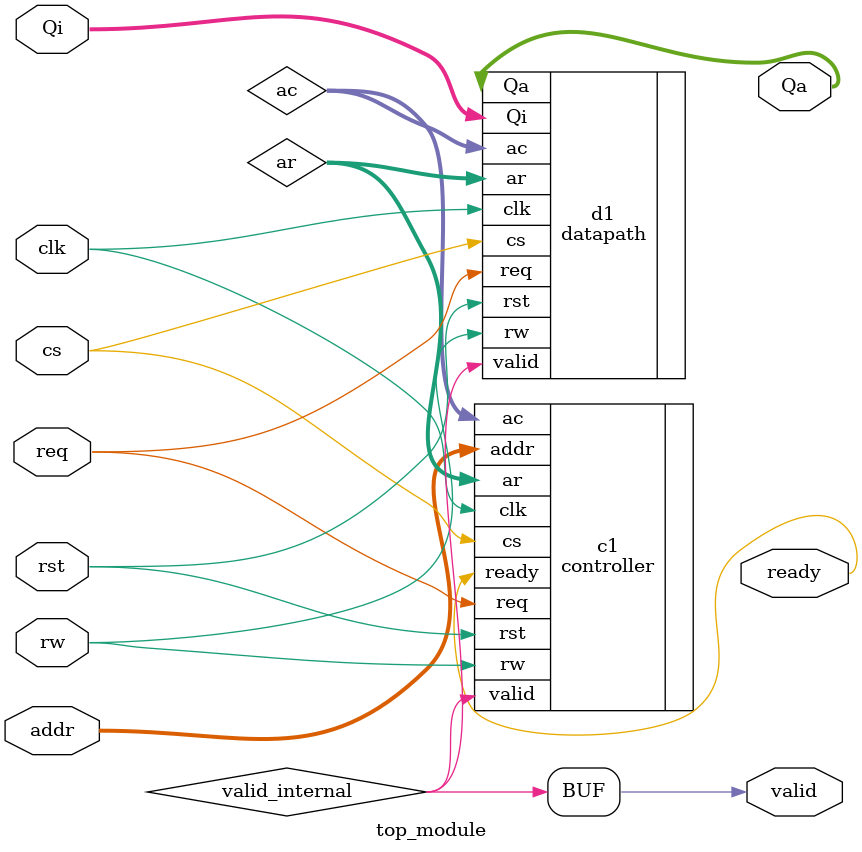
<source format=v>
`timescale 1ns / 1ps
module top_module #(
  parameter R = 4,  
  parameter C = 4,  
  parameter N = 4   
)(
  input wire clk,
  input wire rst,
  input wire cs,
  input wire req,
  input wire rw,
  input wire [$clog2(R*C)-1:0] addr,  
  input wire [N-1:0] Qi,              // Input data
  output wire [N-1:0] Qa,             // Output data
  output wire valid,
  output wire ready
);
  wire [$clog2(R)-1:0] ar;  
  wire [$clog2(C)-1:0] ac;  
  wire valid_internal;
  controller #(
    .R(R),
    .C(C),
    .N(N)
  ) c1 (
    .clk(clk),
    .rst(rst),
    .cs(cs),
    .req(req),
    .rw(rw),
    .addr(addr),
    .valid(valid_internal),
    .ready(ready),
    .ar(ar),
    .ac(ac)
  );
  datapath #(
    .R(R),
    .C(C),
    .N(N)
  ) d1 (
    .clk(clk),
    .rst(rst),
    .req(req),
    .rw(rw),
    .cs(cs),
    .Qi(Qi),
    .ar(ar),
    .ac(ac),
    .Qa(Qa),
    .valid(valid_internal)
  );
  assign valid = valid_internal;
endmodule

</source>
